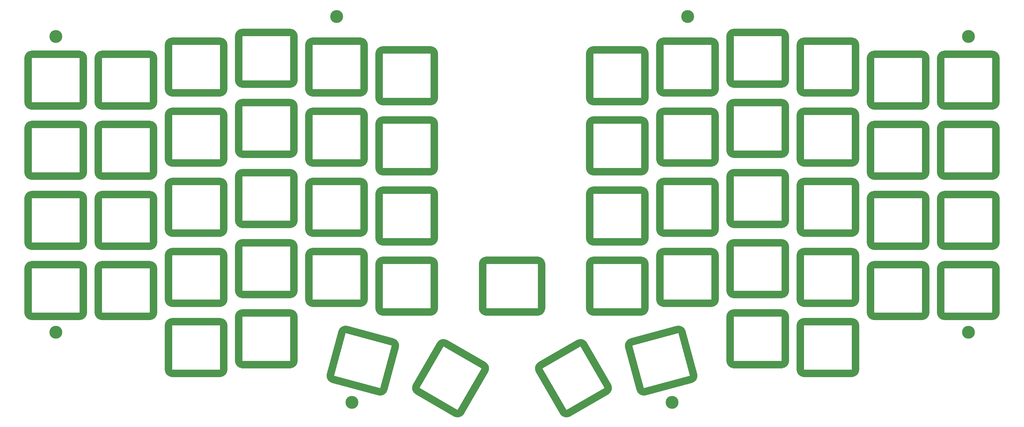
<source format=gbr>
G04 #@! TF.GenerationSoftware,KiCad,Pcbnew,(5.1.4-0)*
G04 #@! TF.CreationDate,2021-11-04T11:37:07-05:00*
G04 #@! TF.ProjectId,top_plate,746f705f-706c-4617-9465-2e6b69636164,rev?*
G04 #@! TF.SameCoordinates,Original*
G04 #@! TF.FileFunction,Soldermask,Top*
G04 #@! TF.FilePolarity,Negative*
%FSLAX46Y46*%
G04 Gerber Fmt 4.6, Leading zero omitted, Abs format (unit mm)*
G04 Created by KiCad (PCBNEW (5.1.4-0)) date 2021-11-04 11:37:07*
%MOMM*%
%LPD*%
G04 APERTURE LIST*
%ADD10C,2.000000*%
%ADD11C,3.500000*%
G04 APERTURE END LIST*
D10*
X212867248Y-180945911D02*
X223259552Y-174945911D01*
X205001222Y-169321555D02*
G75*
G02X205367248Y-167955529I866026J500000D01*
G01*
X205367248Y-167955529D02*
X215759552Y-161955529D01*
X217125578Y-162321555D02*
X223625578Y-173579885D01*
X211501222Y-180579885D02*
X205001222Y-169321555D01*
X215759552Y-161955529D02*
G75*
G02X217125578Y-162321555I500000J-866026D01*
G01*
X212867248Y-180945911D02*
G75*
G02X211501222Y-180579885I-500000J866026D01*
G01*
X223625578Y-173579885D02*
G75*
G02X223259552Y-174945911I-866026J-500000D01*
G01*
X172029608Y-174945911D02*
X182421912Y-180945911D01*
X178163582Y-162321555D02*
G75*
G02X179529608Y-161955529I866026J-500000D01*
G01*
X179529608Y-161955529D02*
X189921912Y-167955529D01*
X190287938Y-169321555D02*
X183787938Y-180579885D01*
X171663582Y-173579885D02*
X178163582Y-162321555D01*
X189921912Y-167955529D02*
G75*
G02X190287938Y-169321555I-500000J-866026D01*
G01*
X172029608Y-174945911D02*
G75*
G02X171663582Y-173579885I500000J866026D01*
G01*
X183787938Y-180579885D02*
G75*
G02X182421912Y-180945911I-866026J500000D01*
G01*
X313970100Y-84487880D02*
X313970100Y-96487880D01*
X327970100Y-83487880D02*
G75*
G02X328970100Y-84487880I0J-1000000D01*
G01*
X328970100Y-84487880D02*
X328970100Y-96487880D01*
X327970100Y-97487880D02*
X314970100Y-97487880D01*
X314970100Y-83487880D02*
X327970100Y-83487880D01*
X328970100Y-96487880D02*
G75*
G02X327970100Y-97487880I-1000000J0D01*
G01*
X313970100Y-84487880D02*
G75*
G02X314970100Y-83487880I1000000J0D01*
G01*
X314970100Y-97487880D02*
G75*
G02X313970100Y-96487880I0J1000000D01*
G01*
X294920020Y-84487880D02*
X294920020Y-96487880D01*
X308920020Y-83487880D02*
G75*
G02X309920020Y-84487880I0J-1000000D01*
G01*
X309920020Y-84487880D02*
X309920020Y-96487880D01*
X308920020Y-97487880D02*
X295920020Y-97487880D01*
X295920020Y-83487880D02*
X308920020Y-83487880D01*
X309920020Y-96487880D02*
G75*
G02X308920020Y-97487880I-1000000J0D01*
G01*
X294920020Y-84487880D02*
G75*
G02X295920020Y-83487880I1000000J0D01*
G01*
X295920020Y-97487880D02*
G75*
G02X294920020Y-96487880I0J1000000D01*
G01*
X275869940Y-80915990D02*
X275869940Y-92915990D01*
X289869940Y-79915990D02*
G75*
G02X290869940Y-80915990I0J-1000000D01*
G01*
X290869940Y-80915990D02*
X290869940Y-92915990D01*
X289869940Y-93915990D02*
X276869940Y-93915990D01*
X276869940Y-79915990D02*
X289869940Y-79915990D01*
X290869940Y-92915990D02*
G75*
G02X289869940Y-93915990I-1000000J0D01*
G01*
X275869940Y-80915990D02*
G75*
G02X276869940Y-79915990I1000000J0D01*
G01*
X276869940Y-93915990D02*
G75*
G02X275869940Y-92915990I0J1000000D01*
G01*
X256819860Y-78534730D02*
X256819860Y-90534730D01*
X270819860Y-77534730D02*
G75*
G02X271819860Y-78534730I0J-1000000D01*
G01*
X271819860Y-78534730D02*
X271819860Y-90534730D01*
X270819860Y-91534730D02*
X257819860Y-91534730D01*
X257819860Y-77534730D02*
X270819860Y-77534730D01*
X271819860Y-90534730D02*
G75*
G02X270819860Y-91534730I-1000000J0D01*
G01*
X256819860Y-78534730D02*
G75*
G02X257819860Y-77534730I1000000J0D01*
G01*
X257819860Y-91534730D02*
G75*
G02X256819860Y-90534730I0J1000000D01*
G01*
X237769780Y-80915990D02*
X237769780Y-92915990D01*
X251769780Y-79915990D02*
G75*
G02X252769780Y-80915990I0J-1000000D01*
G01*
X252769780Y-80915990D02*
X252769780Y-92915990D01*
X251769780Y-93915990D02*
X238769780Y-93915990D01*
X238769780Y-79915990D02*
X251769780Y-79915990D01*
X252769780Y-92915990D02*
G75*
G02X251769780Y-93915990I-1000000J0D01*
G01*
X237769780Y-80915990D02*
G75*
G02X238769780Y-79915990I1000000J0D01*
G01*
X238769780Y-93915990D02*
G75*
G02X237769780Y-92915990I0J1000000D01*
G01*
X218719700Y-83297250D02*
X218719700Y-95297250D01*
X232719700Y-82297250D02*
G75*
G02X233719700Y-83297250I0J-1000000D01*
G01*
X233719700Y-83297250D02*
X233719700Y-95297250D01*
X232719700Y-96297250D02*
X219719700Y-96297250D01*
X219719700Y-82297250D02*
X232719700Y-82297250D01*
X233719700Y-95297250D02*
G75*
G02X232719700Y-96297250I-1000000J0D01*
G01*
X218719700Y-83297250D02*
G75*
G02X219719700Y-82297250I1000000J0D01*
G01*
X219719700Y-96297250D02*
G75*
G02X218719700Y-95297250I0J1000000D01*
G01*
X161569460Y-83297250D02*
X161569460Y-95297250D01*
X175569460Y-82297250D02*
G75*
G02X176569460Y-83297250I0J-1000000D01*
G01*
X176569460Y-83297250D02*
X176569460Y-95297250D01*
X175569460Y-96297250D02*
X162569460Y-96297250D01*
X162569460Y-82297250D02*
X175569460Y-82297250D01*
X176569460Y-95297250D02*
G75*
G02X175569460Y-96297250I-1000000J0D01*
G01*
X161569460Y-83297250D02*
G75*
G02X162569460Y-82297250I1000000J0D01*
G01*
X162569460Y-96297250D02*
G75*
G02X161569460Y-95297250I0J1000000D01*
G01*
X142519380Y-80915990D02*
X142519380Y-92915990D01*
X156519380Y-79915990D02*
G75*
G02X157519380Y-80915990I0J-1000000D01*
G01*
X157519380Y-80915990D02*
X157519380Y-92915990D01*
X156519380Y-93915990D02*
X143519380Y-93915990D01*
X143519380Y-79915990D02*
X156519380Y-79915990D01*
X157519380Y-92915990D02*
G75*
G02X156519380Y-93915990I-1000000J0D01*
G01*
X142519380Y-80915990D02*
G75*
G02X143519380Y-79915990I1000000J0D01*
G01*
X143519380Y-93915990D02*
G75*
G02X142519380Y-92915990I0J1000000D01*
G01*
X123469300Y-78534730D02*
X123469300Y-90534730D01*
X137469300Y-77534730D02*
G75*
G02X138469300Y-78534730I0J-1000000D01*
G01*
X138469300Y-78534730D02*
X138469300Y-90534730D01*
X137469300Y-91534730D02*
X124469300Y-91534730D01*
X124469300Y-77534730D02*
X137469300Y-77534730D01*
X138469300Y-90534730D02*
G75*
G02X137469300Y-91534730I-1000000J0D01*
G01*
X123469300Y-78534730D02*
G75*
G02X124469300Y-77534730I1000000J0D01*
G01*
X124469300Y-91534730D02*
G75*
G02X123469300Y-90534730I0J1000000D01*
G01*
X104419220Y-80915990D02*
X104419220Y-92915990D01*
X118419220Y-79915990D02*
G75*
G02X119419220Y-80915990I0J-1000000D01*
G01*
X119419220Y-80915990D02*
X119419220Y-92915990D01*
X118419220Y-93915990D02*
X105419220Y-93915990D01*
X105419220Y-79915990D02*
X118419220Y-79915990D01*
X119419220Y-92915990D02*
G75*
G02X118419220Y-93915990I-1000000J0D01*
G01*
X104419220Y-80915990D02*
G75*
G02X105419220Y-79915990I1000000J0D01*
G01*
X105419220Y-93915990D02*
G75*
G02X104419220Y-92915990I0J1000000D01*
G01*
X85369140Y-84487880D02*
X85369140Y-96487880D01*
X99369140Y-83487880D02*
G75*
G02X100369140Y-84487880I0J-1000000D01*
G01*
X100369140Y-84487880D02*
X100369140Y-96487880D01*
X99369140Y-97487880D02*
X86369140Y-97487880D01*
X86369140Y-83487880D02*
X99369140Y-83487880D01*
X100369140Y-96487880D02*
G75*
G02X99369140Y-97487880I-1000000J0D01*
G01*
X85369140Y-84487880D02*
G75*
G02X86369140Y-83487880I1000000J0D01*
G01*
X86369140Y-97487880D02*
G75*
G02X85369140Y-96487880I0J1000000D01*
G01*
X66319060Y-84487880D02*
X66319060Y-96487880D01*
X80319060Y-83487880D02*
G75*
G02X81319060Y-84487880I0J-1000000D01*
G01*
X81319060Y-84487880D02*
X81319060Y-96487880D01*
X80319060Y-97487880D02*
X67319060Y-97487880D01*
X67319060Y-83487880D02*
X80319060Y-83487880D01*
X81319060Y-96487880D02*
G75*
G02X80319060Y-97487880I-1000000J0D01*
G01*
X66319060Y-84487880D02*
G75*
G02X67319060Y-83487880I1000000J0D01*
G01*
X67319060Y-97487880D02*
G75*
G02X66319060Y-96487880I0J1000000D01*
G01*
X275869940Y-157116310D02*
X275869940Y-169116310D01*
X289869940Y-156116310D02*
G75*
G02X290869940Y-157116310I0J-1000000D01*
G01*
X290869940Y-157116310D02*
X290869940Y-169116310D01*
X289869940Y-170116310D02*
X276869940Y-170116310D01*
X276869940Y-156116310D02*
X289869940Y-156116310D01*
X290869940Y-169116310D02*
G75*
G02X289869940Y-170116310I-1000000J0D01*
G01*
X275869940Y-157116310D02*
G75*
G02X276869940Y-156116310I1000000J0D01*
G01*
X276869940Y-170116310D02*
G75*
G02X275869940Y-169116310I0J1000000D01*
G01*
X256819860Y-154735050D02*
X256819860Y-166735050D01*
X270819860Y-153735050D02*
G75*
G02X271819860Y-154735050I0J-1000000D01*
G01*
X271819860Y-154735050D02*
X271819860Y-166735050D01*
X270819860Y-167735050D02*
X257819860Y-167735050D01*
X257819860Y-153735050D02*
X270819860Y-153735050D01*
X271819860Y-166735050D02*
G75*
G02X270819860Y-167735050I-1000000J0D01*
G01*
X256819860Y-154735050D02*
G75*
G02X257819860Y-153735050I1000000J0D01*
G01*
X257819860Y-167735050D02*
G75*
G02X256819860Y-166735050I0J1000000D01*
G01*
X246923358Y-170542612D02*
X243817529Y-158951502D01*
X233659215Y-175132004D02*
G75*
G02X232434471Y-174424898I-258819J965925D01*
G01*
X232434471Y-174424898D02*
X229328642Y-162833788D01*
X230035749Y-161609043D02*
X242592785Y-158244395D01*
X246216251Y-171767357D02*
X233659215Y-175132005D01*
X229328642Y-162833788D02*
G75*
G02X230035749Y-161609043I965926J258819D01*
G01*
X246923358Y-170542612D02*
G75*
G02X246216251Y-171767357I-965926J-258819D01*
G01*
X242592785Y-158244396D02*
G75*
G02X243817529Y-158951502I258819J-965925D01*
G01*
X162854689Y-174424898D02*
X165960518Y-162833788D01*
X149072909Y-171767357D02*
G75*
G02X148365802Y-170542612I258819J965926D01*
G01*
X148365802Y-170542612D02*
X151471631Y-158951502D01*
X152696375Y-158244395D02*
X165253411Y-161609043D01*
X161629945Y-175132005D02*
X149072909Y-171767357D01*
X151471630Y-158951502D02*
G75*
G02X152696375Y-158244395I965926J-258819D01*
G01*
X162854690Y-174424898D02*
G75*
G02X161629945Y-175132005I-965926J258819D01*
G01*
X165253411Y-161609043D02*
G75*
G02X165960518Y-162833788I-258819J-965926D01*
G01*
X123469300Y-154735050D02*
X123469300Y-166735050D01*
X137469300Y-153735050D02*
G75*
G02X138469300Y-154735050I0J-1000000D01*
G01*
X138469300Y-154735050D02*
X138469300Y-166735050D01*
X137469300Y-167735050D02*
X124469300Y-167735050D01*
X124469300Y-153735050D02*
X137469300Y-153735050D01*
X138469300Y-166735050D02*
G75*
G02X137469300Y-167735050I-1000000J0D01*
G01*
X123469300Y-154735050D02*
G75*
G02X124469300Y-153735050I1000000J0D01*
G01*
X124469300Y-167735050D02*
G75*
G02X123469300Y-166735050I0J1000000D01*
G01*
X104419220Y-157116310D02*
X104419220Y-169116310D01*
X118419220Y-156116310D02*
G75*
G02X119419220Y-157116310I0J-1000000D01*
G01*
X119419220Y-157116310D02*
X119419220Y-169116310D01*
X118419220Y-170116310D02*
X105419220Y-170116310D01*
X105419220Y-156116310D02*
X118419220Y-156116310D01*
X119419220Y-169116310D02*
G75*
G02X118419220Y-170116310I-1000000J0D01*
G01*
X104419220Y-157116310D02*
G75*
G02X105419220Y-156116310I1000000J0D01*
G01*
X105419220Y-170116310D02*
G75*
G02X104419220Y-169116310I0J1000000D01*
G01*
X313970100Y-141638120D02*
X313970100Y-153638120D01*
X327970100Y-140638120D02*
G75*
G02X328970100Y-141638120I0J-1000000D01*
G01*
X328970100Y-141638120D02*
X328970100Y-153638120D01*
X327970100Y-154638120D02*
X314970100Y-154638120D01*
X314970100Y-140638120D02*
X327970100Y-140638120D01*
X328970100Y-153638120D02*
G75*
G02X327970100Y-154638120I-1000000J0D01*
G01*
X313970100Y-141638120D02*
G75*
G02X314970100Y-140638120I1000000J0D01*
G01*
X314970100Y-154638120D02*
G75*
G02X313970100Y-153638120I0J1000000D01*
G01*
X294920020Y-141638120D02*
X294920020Y-153638120D01*
X308920020Y-140638120D02*
G75*
G02X309920020Y-141638120I0J-1000000D01*
G01*
X309920020Y-141638120D02*
X309920020Y-153638120D01*
X308920020Y-154638120D02*
X295920020Y-154638120D01*
X295920020Y-140638120D02*
X308920020Y-140638120D01*
X309920020Y-153638120D02*
G75*
G02X308920020Y-154638120I-1000000J0D01*
G01*
X294920020Y-141638120D02*
G75*
G02X295920020Y-140638120I1000000J0D01*
G01*
X295920020Y-154638120D02*
G75*
G02X294920020Y-153638120I0J1000000D01*
G01*
X275869940Y-138066230D02*
X275869940Y-150066230D01*
X289869940Y-137066230D02*
G75*
G02X290869940Y-138066230I0J-1000000D01*
G01*
X290869940Y-138066230D02*
X290869940Y-150066230D01*
X289869940Y-151066230D02*
X276869940Y-151066230D01*
X276869940Y-137066230D02*
X289869940Y-137066230D01*
X290869940Y-150066230D02*
G75*
G02X289869940Y-151066230I-1000000J0D01*
G01*
X275869940Y-138066230D02*
G75*
G02X276869940Y-137066230I1000000J0D01*
G01*
X276869940Y-151066230D02*
G75*
G02X275869940Y-150066230I0J1000000D01*
G01*
X256819860Y-135684970D02*
X256819860Y-147684970D01*
X270819860Y-134684970D02*
G75*
G02X271819860Y-135684970I0J-1000000D01*
G01*
X271819860Y-135684970D02*
X271819860Y-147684970D01*
X270819860Y-148684970D02*
X257819860Y-148684970D01*
X257819860Y-134684970D02*
X270819860Y-134684970D01*
X271819860Y-147684970D02*
G75*
G02X270819860Y-148684970I-1000000J0D01*
G01*
X256819860Y-135684970D02*
G75*
G02X257819860Y-134684970I1000000J0D01*
G01*
X257819860Y-148684970D02*
G75*
G02X256819860Y-147684970I0J1000000D01*
G01*
X237769780Y-138066230D02*
X237769780Y-150066230D01*
X251769780Y-137066230D02*
G75*
G02X252769780Y-138066230I0J-1000000D01*
G01*
X252769780Y-138066230D02*
X252769780Y-150066230D01*
X251769780Y-151066230D02*
X238769780Y-151066230D01*
X238769780Y-137066230D02*
X251769780Y-137066230D01*
X252769780Y-150066230D02*
G75*
G02X251769780Y-151066230I-1000000J0D01*
G01*
X237769780Y-138066230D02*
G75*
G02X238769780Y-137066230I1000000J0D01*
G01*
X238769780Y-151066230D02*
G75*
G02X237769780Y-150066230I0J1000000D01*
G01*
X218719700Y-140447490D02*
X218719700Y-152447490D01*
X232719700Y-139447490D02*
G75*
G02X233719700Y-140447490I0J-1000000D01*
G01*
X233719700Y-140447490D02*
X233719700Y-152447490D01*
X232719700Y-153447490D02*
X219719700Y-153447490D01*
X219719700Y-139447490D02*
X232719700Y-139447490D01*
X233719700Y-152447490D02*
G75*
G02X232719700Y-153447490I-1000000J0D01*
G01*
X218719700Y-140447490D02*
G75*
G02X219719700Y-139447490I1000000J0D01*
G01*
X219719700Y-153447490D02*
G75*
G02X218719700Y-152447490I0J1000000D01*
G01*
X161569460Y-140447490D02*
X161569460Y-152447490D01*
X175569460Y-139447490D02*
G75*
G02X176569460Y-140447490I0J-1000000D01*
G01*
X176569460Y-140447490D02*
X176569460Y-152447490D01*
X175569460Y-153447490D02*
X162569460Y-153447490D01*
X162569460Y-139447490D02*
X175569460Y-139447490D01*
X176569460Y-152447490D02*
G75*
G02X175569460Y-153447490I-1000000J0D01*
G01*
X161569460Y-140447490D02*
G75*
G02X162569460Y-139447490I1000000J0D01*
G01*
X162569460Y-153447490D02*
G75*
G02X161569460Y-152447490I0J1000000D01*
G01*
X142519380Y-138066230D02*
X142519380Y-150066230D01*
X156519380Y-137066230D02*
G75*
G02X157519380Y-138066230I0J-1000000D01*
G01*
X157519380Y-138066230D02*
X157519380Y-150066230D01*
X156519380Y-151066230D02*
X143519380Y-151066230D01*
X143519380Y-137066230D02*
X156519380Y-137066230D01*
X157519380Y-150066230D02*
G75*
G02X156519380Y-151066230I-1000000J0D01*
G01*
X142519380Y-138066230D02*
G75*
G02X143519380Y-137066230I1000000J0D01*
G01*
X143519380Y-151066230D02*
G75*
G02X142519380Y-150066230I0J1000000D01*
G01*
X123469300Y-135684970D02*
X123469300Y-147684970D01*
X137469300Y-134684970D02*
G75*
G02X138469300Y-135684970I0J-1000000D01*
G01*
X138469300Y-135684970D02*
X138469300Y-147684970D01*
X137469300Y-148684970D02*
X124469300Y-148684970D01*
X124469300Y-134684970D02*
X137469300Y-134684970D01*
X138469300Y-147684970D02*
G75*
G02X137469300Y-148684970I-1000000J0D01*
G01*
X123469300Y-135684970D02*
G75*
G02X124469300Y-134684970I1000000J0D01*
G01*
X124469300Y-148684970D02*
G75*
G02X123469300Y-147684970I0J1000000D01*
G01*
X104419220Y-138066230D02*
X104419220Y-150066230D01*
X118419220Y-137066230D02*
G75*
G02X119419220Y-138066230I0J-1000000D01*
G01*
X119419220Y-138066230D02*
X119419220Y-150066230D01*
X118419220Y-151066230D02*
X105419220Y-151066230D01*
X105419220Y-137066230D02*
X118419220Y-137066230D01*
X119419220Y-150066230D02*
G75*
G02X118419220Y-151066230I-1000000J0D01*
G01*
X104419220Y-138066230D02*
G75*
G02X105419220Y-137066230I1000000J0D01*
G01*
X105419220Y-151066230D02*
G75*
G02X104419220Y-150066230I0J1000000D01*
G01*
X85369140Y-141638120D02*
X85369140Y-153638120D01*
X99369140Y-140638120D02*
G75*
G02X100369140Y-141638120I0J-1000000D01*
G01*
X100369140Y-141638120D02*
X100369140Y-153638120D01*
X99369140Y-154638120D02*
X86369140Y-154638120D01*
X86369140Y-140638120D02*
X99369140Y-140638120D01*
X100369140Y-153638120D02*
G75*
G02X99369140Y-154638120I-1000000J0D01*
G01*
X85369140Y-141638120D02*
G75*
G02X86369140Y-140638120I1000000J0D01*
G01*
X86369140Y-154638120D02*
G75*
G02X85369140Y-153638120I0J1000000D01*
G01*
X66319060Y-141638120D02*
X66319060Y-153638120D01*
X80319060Y-140638120D02*
G75*
G02X81319060Y-141638120I0J-1000000D01*
G01*
X81319060Y-141638120D02*
X81319060Y-153638120D01*
X80319060Y-154638120D02*
X67319060Y-154638120D01*
X67319060Y-140638120D02*
X80319060Y-140638120D01*
X81319060Y-153638120D02*
G75*
G02X80319060Y-154638120I-1000000J0D01*
G01*
X66319060Y-141638120D02*
G75*
G02X67319060Y-140638120I1000000J0D01*
G01*
X67319060Y-154638120D02*
G75*
G02X66319060Y-153638120I0J1000000D01*
G01*
X313970100Y-122588040D02*
X313970100Y-134588040D01*
X327970100Y-121588040D02*
G75*
G02X328970100Y-122588040I0J-1000000D01*
G01*
X328970100Y-122588040D02*
X328970100Y-134588040D01*
X327970100Y-135588040D02*
X314970100Y-135588040D01*
X314970100Y-121588040D02*
X327970100Y-121588040D01*
X328970100Y-134588040D02*
G75*
G02X327970100Y-135588040I-1000000J0D01*
G01*
X313970100Y-122588040D02*
G75*
G02X314970100Y-121588040I1000000J0D01*
G01*
X314970100Y-135588040D02*
G75*
G02X313970100Y-134588040I0J1000000D01*
G01*
X294920020Y-122588040D02*
X294920020Y-134588040D01*
X308920020Y-121588040D02*
G75*
G02X309920020Y-122588040I0J-1000000D01*
G01*
X309920020Y-122588040D02*
X309920020Y-134588040D01*
X308920020Y-135588040D02*
X295920020Y-135588040D01*
X295920020Y-121588040D02*
X308920020Y-121588040D01*
X309920020Y-134588040D02*
G75*
G02X308920020Y-135588040I-1000000J0D01*
G01*
X294920020Y-122588040D02*
G75*
G02X295920020Y-121588040I1000000J0D01*
G01*
X295920020Y-135588040D02*
G75*
G02X294920020Y-134588040I0J1000000D01*
G01*
X275869940Y-119016150D02*
X275869940Y-131016150D01*
X289869940Y-118016150D02*
G75*
G02X290869940Y-119016150I0J-1000000D01*
G01*
X290869940Y-119016150D02*
X290869940Y-131016150D01*
X289869940Y-132016150D02*
X276869940Y-132016150D01*
X276869940Y-118016150D02*
X289869940Y-118016150D01*
X290869940Y-131016150D02*
G75*
G02X289869940Y-132016150I-1000000J0D01*
G01*
X275869940Y-119016150D02*
G75*
G02X276869940Y-118016150I1000000J0D01*
G01*
X276869940Y-132016150D02*
G75*
G02X275869940Y-131016150I0J1000000D01*
G01*
X256819860Y-116634890D02*
X256819860Y-128634890D01*
X270819860Y-115634890D02*
G75*
G02X271819860Y-116634890I0J-1000000D01*
G01*
X271819860Y-116634890D02*
X271819860Y-128634890D01*
X270819860Y-129634890D02*
X257819860Y-129634890D01*
X257819860Y-115634890D02*
X270819860Y-115634890D01*
X271819860Y-128634890D02*
G75*
G02X270819860Y-129634890I-1000000J0D01*
G01*
X256819860Y-116634890D02*
G75*
G02X257819860Y-115634890I1000000J0D01*
G01*
X257819860Y-129634890D02*
G75*
G02X256819860Y-128634890I0J1000000D01*
G01*
X237769780Y-119016150D02*
X237769780Y-131016150D01*
X251769780Y-118016150D02*
G75*
G02X252769780Y-119016150I0J-1000000D01*
G01*
X252769780Y-119016150D02*
X252769780Y-131016150D01*
X251769780Y-132016150D02*
X238769780Y-132016150D01*
X238769780Y-118016150D02*
X251769780Y-118016150D01*
X252769780Y-131016150D02*
G75*
G02X251769780Y-132016150I-1000000J0D01*
G01*
X237769780Y-119016150D02*
G75*
G02X238769780Y-118016150I1000000J0D01*
G01*
X238769780Y-132016150D02*
G75*
G02X237769780Y-131016150I0J1000000D01*
G01*
X218719700Y-121397410D02*
X218719700Y-133397410D01*
X232719700Y-120397410D02*
G75*
G02X233719700Y-121397410I0J-1000000D01*
G01*
X233719700Y-121397410D02*
X233719700Y-133397410D01*
X232719700Y-134397410D02*
X219719700Y-134397410D01*
X219719700Y-120397410D02*
X232719700Y-120397410D01*
X233719700Y-133397410D02*
G75*
G02X232719700Y-134397410I-1000000J0D01*
G01*
X218719700Y-121397410D02*
G75*
G02X219719700Y-120397410I1000000J0D01*
G01*
X219719700Y-134397410D02*
G75*
G02X218719700Y-133397410I0J1000000D01*
G01*
X161569460Y-121397410D02*
X161569460Y-133397410D01*
X175569460Y-120397410D02*
G75*
G02X176569460Y-121397410I0J-1000000D01*
G01*
X176569460Y-121397410D02*
X176569460Y-133397410D01*
X175569460Y-134397410D02*
X162569460Y-134397410D01*
X162569460Y-120397410D02*
X175569460Y-120397410D01*
X176569460Y-133397410D02*
G75*
G02X175569460Y-134397410I-1000000J0D01*
G01*
X161569460Y-121397410D02*
G75*
G02X162569460Y-120397410I1000000J0D01*
G01*
X162569460Y-134397410D02*
G75*
G02X161569460Y-133397410I0J1000000D01*
G01*
X142519380Y-119016150D02*
X142519380Y-131016150D01*
X156519380Y-118016150D02*
G75*
G02X157519380Y-119016150I0J-1000000D01*
G01*
X157519380Y-119016150D02*
X157519380Y-131016150D01*
X156519380Y-132016150D02*
X143519380Y-132016150D01*
X143519380Y-118016150D02*
X156519380Y-118016150D01*
X157519380Y-131016150D02*
G75*
G02X156519380Y-132016150I-1000000J0D01*
G01*
X142519380Y-119016150D02*
G75*
G02X143519380Y-118016150I1000000J0D01*
G01*
X143519380Y-132016150D02*
G75*
G02X142519380Y-131016150I0J1000000D01*
G01*
X123469300Y-116634890D02*
X123469300Y-128634890D01*
X137469300Y-115634890D02*
G75*
G02X138469300Y-116634890I0J-1000000D01*
G01*
X138469300Y-116634890D02*
X138469300Y-128634890D01*
X137469300Y-129634890D02*
X124469300Y-129634890D01*
X124469300Y-115634890D02*
X137469300Y-115634890D01*
X138469300Y-128634890D02*
G75*
G02X137469300Y-129634890I-1000000J0D01*
G01*
X123469300Y-116634890D02*
G75*
G02X124469300Y-115634890I1000000J0D01*
G01*
X124469300Y-129634890D02*
G75*
G02X123469300Y-128634890I0J1000000D01*
G01*
X104419220Y-119016150D02*
X104419220Y-131016150D01*
X118419220Y-118016150D02*
G75*
G02X119419220Y-119016150I0J-1000000D01*
G01*
X119419220Y-119016150D02*
X119419220Y-131016150D01*
X118419220Y-132016150D02*
X105419220Y-132016150D01*
X105419220Y-118016150D02*
X118419220Y-118016150D01*
X119419220Y-131016150D02*
G75*
G02X118419220Y-132016150I-1000000J0D01*
G01*
X104419220Y-119016150D02*
G75*
G02X105419220Y-118016150I1000000J0D01*
G01*
X105419220Y-132016150D02*
G75*
G02X104419220Y-131016150I0J1000000D01*
G01*
X85369140Y-122588040D02*
X85369140Y-134588040D01*
X99369140Y-121588040D02*
G75*
G02X100369140Y-122588040I0J-1000000D01*
G01*
X100369140Y-122588040D02*
X100369140Y-134588040D01*
X99369140Y-135588040D02*
X86369140Y-135588040D01*
X86369140Y-121588040D02*
X99369140Y-121588040D01*
X100369140Y-134588040D02*
G75*
G02X99369140Y-135588040I-1000000J0D01*
G01*
X85369140Y-122588040D02*
G75*
G02X86369140Y-121588040I1000000J0D01*
G01*
X86369140Y-135588040D02*
G75*
G02X85369140Y-134588040I0J1000000D01*
G01*
X66319060Y-122588040D02*
X66319060Y-134588040D01*
X80319060Y-121588040D02*
G75*
G02X81319060Y-122588040I0J-1000000D01*
G01*
X81319060Y-122588040D02*
X81319060Y-134588040D01*
X80319060Y-135588040D02*
X67319060Y-135588040D01*
X67319060Y-121588040D02*
X80319060Y-121588040D01*
X81319060Y-134588040D02*
G75*
G02X80319060Y-135588040I-1000000J0D01*
G01*
X66319060Y-122588040D02*
G75*
G02X67319060Y-121588040I1000000J0D01*
G01*
X67319060Y-135588040D02*
G75*
G02X66319060Y-134588040I0J1000000D01*
G01*
X313970100Y-103537960D02*
X313970100Y-115537960D01*
X327970100Y-102537960D02*
G75*
G02X328970100Y-103537960I0J-1000000D01*
G01*
X328970100Y-103537960D02*
X328970100Y-115537960D01*
X327970100Y-116537960D02*
X314970100Y-116537960D01*
X314970100Y-102537960D02*
X327970100Y-102537960D01*
X328970100Y-115537960D02*
G75*
G02X327970100Y-116537960I-1000000J0D01*
G01*
X313970100Y-103537960D02*
G75*
G02X314970100Y-102537960I1000000J0D01*
G01*
X314970100Y-116537960D02*
G75*
G02X313970100Y-115537960I0J1000000D01*
G01*
X294920020Y-103537960D02*
X294920020Y-115537960D01*
X308920020Y-102537960D02*
G75*
G02X309920020Y-103537960I0J-1000000D01*
G01*
X309920020Y-103537960D02*
X309920020Y-115537960D01*
X308920020Y-116537960D02*
X295920020Y-116537960D01*
X295920020Y-102537960D02*
X308920020Y-102537960D01*
X309920020Y-115537960D02*
G75*
G02X308920020Y-116537960I-1000000J0D01*
G01*
X294920020Y-103537960D02*
G75*
G02X295920020Y-102537960I1000000J0D01*
G01*
X295920020Y-116537960D02*
G75*
G02X294920020Y-115537960I0J1000000D01*
G01*
X275869940Y-99966070D02*
X275869940Y-111966070D01*
X289869940Y-98966070D02*
G75*
G02X290869940Y-99966070I0J-1000000D01*
G01*
X290869940Y-99966070D02*
X290869940Y-111966070D01*
X289869940Y-112966070D02*
X276869940Y-112966070D01*
X276869940Y-98966070D02*
X289869940Y-98966070D01*
X290869940Y-111966070D02*
G75*
G02X289869940Y-112966070I-1000000J0D01*
G01*
X275869940Y-99966070D02*
G75*
G02X276869940Y-98966070I1000000J0D01*
G01*
X276869940Y-112966070D02*
G75*
G02X275869940Y-111966070I0J1000000D01*
G01*
X256819860Y-97584810D02*
X256819860Y-109584810D01*
X270819860Y-96584810D02*
G75*
G02X271819860Y-97584810I0J-1000000D01*
G01*
X271819860Y-97584810D02*
X271819860Y-109584810D01*
X270819860Y-110584810D02*
X257819860Y-110584810D01*
X257819860Y-96584810D02*
X270819860Y-96584810D01*
X271819860Y-109584810D02*
G75*
G02X270819860Y-110584810I-1000000J0D01*
G01*
X256819860Y-97584810D02*
G75*
G02X257819860Y-96584810I1000000J0D01*
G01*
X257819860Y-110584810D02*
G75*
G02X256819860Y-109584810I0J1000000D01*
G01*
X237769780Y-99966070D02*
X237769780Y-111966070D01*
X251769780Y-98966070D02*
G75*
G02X252769780Y-99966070I0J-1000000D01*
G01*
X252769780Y-99966070D02*
X252769780Y-111966070D01*
X251769780Y-112966070D02*
X238769780Y-112966070D01*
X238769780Y-98966070D02*
X251769780Y-98966070D01*
X252769780Y-111966070D02*
G75*
G02X251769780Y-112966070I-1000000J0D01*
G01*
X237769780Y-99966070D02*
G75*
G02X238769780Y-98966070I1000000J0D01*
G01*
X238769780Y-112966070D02*
G75*
G02X237769780Y-111966070I0J1000000D01*
G01*
X218719700Y-102347330D02*
X218719700Y-114347330D01*
X232719700Y-101347330D02*
G75*
G02X233719700Y-102347330I0J-1000000D01*
G01*
X233719700Y-102347330D02*
X233719700Y-114347330D01*
X232719700Y-115347330D02*
X219719700Y-115347330D01*
X219719700Y-101347330D02*
X232719700Y-101347330D01*
X233719700Y-114347330D02*
G75*
G02X232719700Y-115347330I-1000000J0D01*
G01*
X218719700Y-102347330D02*
G75*
G02X219719700Y-101347330I1000000J0D01*
G01*
X219719700Y-115347330D02*
G75*
G02X218719700Y-114347330I0J1000000D01*
G01*
X161569460Y-102347330D02*
X161569460Y-114347330D01*
X175569460Y-101347330D02*
G75*
G02X176569460Y-102347330I0J-1000000D01*
G01*
X176569460Y-102347330D02*
X176569460Y-114347330D01*
X175569460Y-115347330D02*
X162569460Y-115347330D01*
X162569460Y-101347330D02*
X175569460Y-101347330D01*
X176569460Y-114347330D02*
G75*
G02X175569460Y-115347330I-1000000J0D01*
G01*
X161569460Y-102347330D02*
G75*
G02X162569460Y-101347330I1000000J0D01*
G01*
X162569460Y-115347330D02*
G75*
G02X161569460Y-114347330I0J1000000D01*
G01*
X142519380Y-99966070D02*
X142519380Y-111966070D01*
X156519380Y-98966070D02*
G75*
G02X157519380Y-99966070I0J-1000000D01*
G01*
X157519380Y-99966070D02*
X157519380Y-111966070D01*
X156519380Y-112966070D02*
X143519380Y-112966070D01*
X143519380Y-98966070D02*
X156519380Y-98966070D01*
X157519380Y-111966070D02*
G75*
G02X156519380Y-112966070I-1000000J0D01*
G01*
X142519380Y-99966070D02*
G75*
G02X143519380Y-98966070I1000000J0D01*
G01*
X143519380Y-112966070D02*
G75*
G02X142519380Y-111966070I0J1000000D01*
G01*
X123469300Y-97584810D02*
X123469300Y-109584810D01*
X137469300Y-96584810D02*
G75*
G02X138469300Y-97584810I0J-1000000D01*
G01*
X138469300Y-97584810D02*
X138469300Y-109584810D01*
X137469300Y-110584810D02*
X124469300Y-110584810D01*
X124469300Y-96584810D02*
X137469300Y-96584810D01*
X138469300Y-109584810D02*
G75*
G02X137469300Y-110584810I-1000000J0D01*
G01*
X123469300Y-97584810D02*
G75*
G02X124469300Y-96584810I1000000J0D01*
G01*
X124469300Y-110584810D02*
G75*
G02X123469300Y-109584810I0J1000000D01*
G01*
X104419220Y-99966070D02*
X104419220Y-111966070D01*
X118419220Y-98966070D02*
G75*
G02X119419220Y-99966070I0J-1000000D01*
G01*
X119419220Y-99966070D02*
X119419220Y-111966070D01*
X118419220Y-112966070D02*
X105419220Y-112966070D01*
X105419220Y-98966070D02*
X118419220Y-98966070D01*
X119419220Y-111966070D02*
G75*
G02X118419220Y-112966070I-1000000J0D01*
G01*
X104419220Y-99966070D02*
G75*
G02X105419220Y-98966070I1000000J0D01*
G01*
X105419220Y-112966070D02*
G75*
G02X104419220Y-111966070I0J1000000D01*
G01*
X85369140Y-103537960D02*
X85369140Y-115537960D01*
X99369140Y-102537960D02*
G75*
G02X100369140Y-103537960I0J-1000000D01*
G01*
X100369140Y-103537960D02*
X100369140Y-115537960D01*
X99369140Y-116537960D02*
X86369140Y-116537960D01*
X86369140Y-102537960D02*
X99369140Y-102537960D01*
X100369140Y-115537960D02*
G75*
G02X99369140Y-116537960I-1000000J0D01*
G01*
X85369140Y-103537960D02*
G75*
G02X86369140Y-102537960I1000000J0D01*
G01*
X86369140Y-116537960D02*
G75*
G02X85369140Y-115537960I0J1000000D01*
G01*
X66319060Y-103537960D02*
X66319060Y-115537960D01*
X80319060Y-102537960D02*
G75*
G02X81319060Y-103537960I0J-1000000D01*
G01*
X81319060Y-103537960D02*
X81319060Y-115537960D01*
X80319060Y-116537960D02*
X67319060Y-116537960D01*
X67319060Y-102537960D02*
X80319060Y-102537960D01*
X81319060Y-115537960D02*
G75*
G02X80319060Y-116537960I-1000000J0D01*
G01*
X66319060Y-103537960D02*
G75*
G02X67319060Y-102537960I1000000J0D01*
G01*
X67319060Y-116537960D02*
G75*
G02X66319060Y-115537960I0J1000000D01*
G01*
X204644580Y-139447085D02*
G75*
G02X205644580Y-140447085I0J-1000000D01*
G01*
X205644580Y-152447085D02*
G75*
G02X204644580Y-153447085I-1000000J0D01*
G01*
X190644580Y-153447085D02*
G75*
G02X189644580Y-152447085I0J1000000D01*
G01*
X189644580Y-140447085D02*
G75*
G02X190644580Y-139447085I1000000J0D01*
G01*
X204644580Y-139447085D02*
X190644580Y-139447085D01*
X189644580Y-152447085D02*
X189644580Y-140447085D01*
X190644580Y-153447085D02*
X204644580Y-153447085D01*
X205644580Y-140447085D02*
X205644580Y-152447085D01*
D11*
X73819060Y-78581485D03*
X73820040Y-158948739D03*
X150019380Y-73223743D03*
X154187295Y-177998755D03*
X245269780Y-73223743D03*
X241102993Y-177998755D03*
X321470256Y-78581436D03*
X321470100Y-158948675D03*
M02*

</source>
